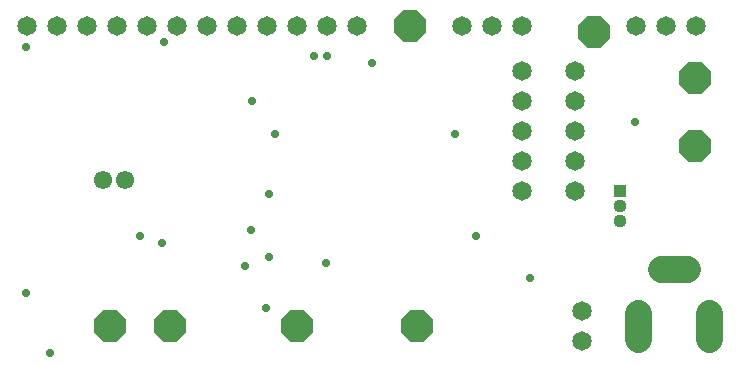
<source format=gbr>
G04 EAGLE Gerber RS-274X export*
G75*
%MOMM*%
%FSLAX34Y34*%
%LPD*%
%INSoldermask Bottom*%
%IPPOS*%
%AMOC8*
5,1,8,0,0,1.08239X$1,22.5*%
G01*
%ADD10C,1.651000*%
%ADD11C,1.549400*%
%ADD12R,1.127000X1.127000*%
%ADD13C,1.127000*%
%ADD14P,2.886734X8X22.500000*%
%ADD15C,2.311400*%
%ADD16C,0.731000*%


D10*
X488950Y50800D03*
X488950Y25400D03*
D11*
X83075Y161450D03*
X101425Y161450D03*
D10*
X247650Y292100D03*
X273050Y292100D03*
X298450Y292100D03*
X222250Y292100D03*
X196850Y292100D03*
X171450Y292100D03*
X146050Y292100D03*
X120650Y292100D03*
X95250Y292100D03*
X69850Y292100D03*
X44450Y292100D03*
X19050Y292100D03*
D12*
X520700Y152400D03*
D13*
X520700Y139700D03*
X520700Y127000D03*
D10*
X482600Y203200D03*
X482600Y228600D03*
X482600Y254000D03*
X482600Y177800D03*
X482600Y152400D03*
X438150Y203200D03*
X438150Y177800D03*
X438150Y152400D03*
X438150Y228600D03*
X438150Y254000D03*
X387350Y292100D03*
X412750Y292100D03*
X438150Y292100D03*
D14*
X88900Y38100D03*
X247650Y38100D03*
X139700Y38100D03*
X499110Y287020D03*
X349250Y38100D03*
X342900Y292100D03*
X584200Y190500D03*
X584200Y247650D03*
D10*
X585470Y292100D03*
X560070Y292100D03*
X534670Y292100D03*
D15*
X555498Y86100D02*
X577342Y86100D01*
X596420Y49022D02*
X596420Y27178D01*
X536420Y27178D02*
X536420Y49022D01*
D16*
X228600Y200660D03*
X223520Y149860D03*
X223520Y96520D03*
X220980Y53340D03*
X17780Y274320D03*
X17780Y66040D03*
X38100Y15240D03*
X398780Y114300D03*
X444500Y78740D03*
X533400Y210820D03*
X381000Y200660D03*
X261620Y266700D03*
X271780Y91440D03*
X208280Y119380D03*
X203200Y88900D03*
X209550Y228600D03*
X134645Y278105D03*
X114300Y114300D03*
X133350Y107950D03*
X273050Y266700D03*
X311150Y260350D03*
M02*

</source>
